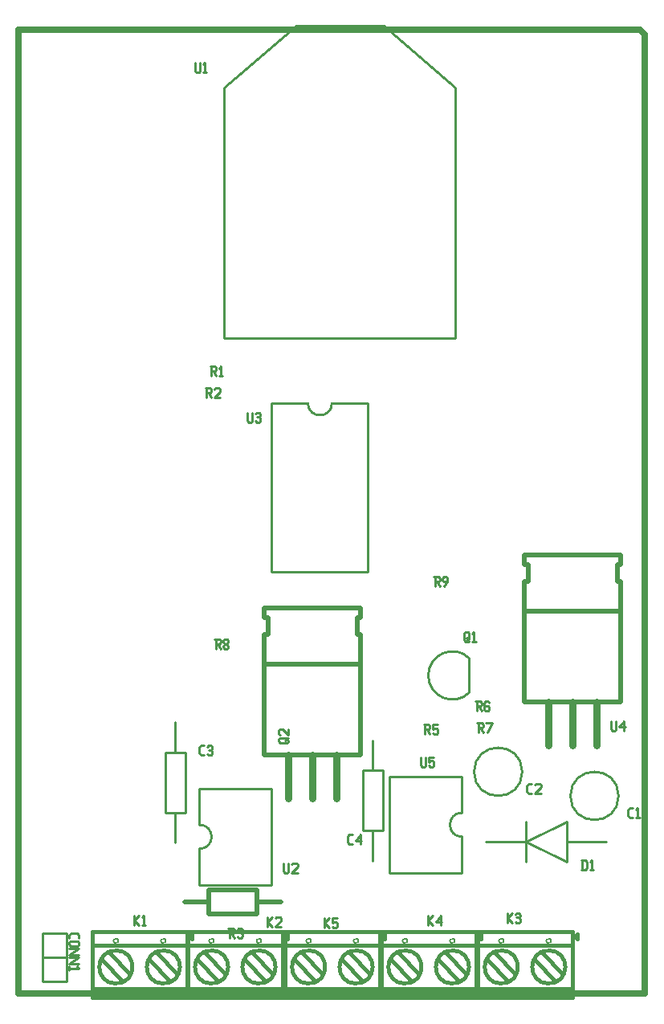
<source format=gbr>
G04 start of page 7 for group -4079 idx -4079 *
G04 Title: (unknown), topsilk *
G04 Creator: pcb 20110918 *
G04 CreationDate: Tue 12 Jun 2012 04:03:48 PM GMT UTC *
G04 For: ed *
G04 Format: Gerber/RS-274X *
G04 PCB-Dimensions: 260000 400000 *
G04 PCB-Coordinate-Origin: lower left *
%MOIN*%
%FSLAX25Y25*%
%LNTOPSILK*%
%ADD87C,0.0200*%
%ADD86C,0.0300*%
%ADD85C,0.0050*%
%ADD84C,0.0150*%
%ADD83C,0.0100*%
%ADD82C,0.0250*%
G54D82*X0Y0D02*Y400000D01*
X258000D01*
X260000Y398000D01*
Y0D01*
X0D01*
G54D83*X187000Y139000D02*Y125000D01*
X187071Y139071D02*G75*G03X187071Y124929I-7071J-7071D01*G01*
X189000Y92000D02*G75*G03X189000Y92000I10000J0D01*G01*
X249000Y82000D02*G75*G03X249000Y82000I-10000J0D01*G01*
G54D84*X150472Y25748D02*X189842D01*
X150472Y-1811D02*X189842D01*
X150472Y19843D02*X189842D01*
Y25748D02*Y-1811D01*
X150472Y25748D02*Y-1811D01*
Y2126D02*X189842D01*
X185905Y8032D02*X177047Y16890D01*
X182952Y5079D02*X182953D01*
X182952D02*X174094Y13937D01*
X166220Y8032D02*X157362Y16890D01*
X163267Y5079D02*X163268D01*
X163267D02*X154409Y13937D01*
X190827Y23780D02*X191811Y24764D01*
Y22796D01*
X190827Y23780D01*
G54D85*X180000Y22795D02*G75*G03X180000Y22795I0J-984D01*G01*
X160315D02*G75*G03X160315Y22795I0J-984D01*G01*
G54D84*X180000Y17875D02*G75*G03X180000Y17875I0J-6890D01*G01*
X160315D02*G75*G03X160315Y17875I0J-6890D01*G01*
G54D86*X220000Y103000D02*Y121000D01*
X230000Y103000D02*Y121000D01*
X240000Y103000D02*Y121000D01*
G54D87*X210000D02*X250000D01*
Y158500D01*
X210000D01*
Y121000D01*
Y158500D02*X250000D01*
Y171000D01*
X248500D01*
Y178000D01*
X250000D01*
Y182000D01*
X210000D01*
Y178000D01*
X211500D01*
Y171000D01*
X210000D01*
Y158500D01*
G54D83*X194000Y63000D02*X210600D01*
X227400D02*X244000D01*
X210600D02*X227400Y71300D01*
Y54700D01*
X210600Y63000D01*
Y71300D02*Y54700D01*
G54D84*X190472Y25748D02*X229842D01*
X190472Y-1811D02*X229842D01*
X190472Y19843D02*X229842D01*
Y25748D02*Y-1811D01*
X190472Y25748D02*Y-1811D01*
Y2126D02*X229842D01*
X225905Y8032D02*X217047Y16890D01*
X222952Y5079D02*X222953D01*
X222952D02*X214094Y13937D01*
X206220Y8032D02*X197362Y16890D01*
X203267Y5079D02*X203268D01*
X203267D02*X194409Y13937D01*
X230827Y23780D02*X231811Y24764D01*
Y22796D01*
X230827Y23780D01*
G54D85*X220000Y22795D02*G75*G03X220000Y22795I0J-984D01*G01*
X200315D02*G75*G03X200315Y22795I0J-984D01*G01*
G54D84*X220000Y17875D02*G75*G03X220000Y17875I0J-6890D01*G01*
X200315D02*G75*G03X200315Y17875I0J-6890D01*G01*
G54D83*X154000Y90000D02*X184000D01*
X154000D02*Y50000D01*
X184000D01*
Y90000D02*Y75000D01*
Y65000D02*Y50000D01*
Y75000D02*G75*G03X184000Y65000I0J-5000D01*G01*
G54D84*X70157Y25748D02*X109527D01*
X70157Y-1811D02*X109527D01*
X70157Y19843D02*X109527D01*
Y25748D02*Y-1811D01*
X70157Y25748D02*Y-1811D01*
Y2126D02*X109527D01*
X105590Y8032D02*X96732Y16890D01*
X102637Y5079D02*X102638D01*
X102637D02*X93779Y13937D01*
X85905Y8032D02*X77047Y16890D01*
X82952Y5079D02*X82953D01*
X82952D02*X74094Y13937D01*
X110512Y23780D02*X111496Y24764D01*
Y22796D01*
X110512Y23780D01*
G54D85*X99685Y22795D02*G75*G03X99685Y22795I0J-984D01*G01*
X80000D02*G75*G03X80000Y22795I0J-984D01*G01*
G54D84*X99685Y17875D02*G75*G03X99685Y17875I0J-6890D01*G01*
X80000D02*G75*G03X80000Y17875I0J-6890D01*G01*
G54D83*X10000Y25000D02*Y5000D01*
X20000D01*
Y25000D01*
X10000D01*
Y15000D02*X20000D01*
Y25000D01*
G54D84*X30472Y25748D02*X69842D01*
X30472Y-1811D02*X69842D01*
X30472Y19843D02*X69842D01*
Y25748D02*Y-1811D01*
X30472Y25748D02*Y-1811D01*
Y2126D02*X69842D01*
X65905Y8032D02*X57047Y16890D01*
X62952Y5079D02*X62953D01*
X62952D02*X54094Y13937D01*
X46220Y8032D02*X37362Y16890D01*
X43267Y5079D02*X43268D01*
X43267D02*X34409Y13937D01*
X70827Y23780D02*X71811Y24764D01*
Y22796D01*
X70827Y23780D01*
G54D85*X60000Y22795D02*G75*G03X60000Y22795I0J-984D01*G01*
X40315D02*G75*G03X40315Y22795I0J-984D01*G01*
G54D84*X60000Y17875D02*G75*G03X60000Y17875I0J-6890D01*G01*
X40315D02*G75*G03X40315Y17875I0J-6890D01*G01*
X110472Y25748D02*X149842D01*
X110472Y-1811D02*X149842D01*
X110472Y19843D02*X149842D01*
Y25748D02*Y-1811D01*
X110472Y25748D02*Y-1811D01*
Y2126D02*X149842D01*
X145905Y8032D02*X137047Y16890D01*
X142952Y5079D02*X142953D01*
X142952D02*X134094Y13937D01*
X126220Y8032D02*X117362Y16890D01*
X123267Y5079D02*X123268D01*
X123267D02*X114409Y13937D01*
X150827Y23780D02*X151811Y24764D01*
Y22796D01*
X150827Y23780D01*
G54D85*X140000Y22795D02*G75*G03X140000Y22795I0J-984D01*G01*
X120315D02*G75*G03X120315Y22795I0J-984D01*G01*
G54D84*X140000Y17875D02*G75*G03X140000Y17875I0J-6890D01*G01*
X120315D02*G75*G03X120315Y17875I0J-6890D01*G01*
G54D83*X75000Y45000D02*X105000D01*
Y85000D02*Y45000D01*
X75000Y85000D02*X105000D01*
X75000Y60000D02*Y45000D01*
Y85000D02*Y70000D01*
Y60000D02*G75*G03X75000Y70000I0J5000D01*G01*
X147000Y105000D02*Y92500D01*
Y67500D02*Y55000D01*
X151100Y92500D02*Y67500D01*
X142900D02*X151100D01*
X142900Y92500D02*Y67500D01*
Y92500D02*X151100D01*
G54D87*X79000Y33000D02*X99000D01*
X79000Y43000D02*Y33000D01*
Y43000D02*X99000D01*
Y33000D01*
Y38000D02*X109000D01*
X69000D02*X79000D01*
G54D83*X65000Y75000D02*Y62500D01*
Y112500D02*Y100000D01*
X60900D02*Y75000D01*
Y100000D02*X69100D01*
Y75000D01*
X60900D02*X69100D01*
X105000Y245000D02*Y175000D01*
X145000D01*
Y245000D01*
X105000D02*X120000D01*
X130000D02*X145000D01*
X120000D02*G75*G03X130000Y245000I5000J0D01*G01*
G54D86*X112000Y99000D02*Y81000D01*
X122000Y99000D02*Y81000D01*
X132000Y99000D02*Y81000D01*
G54D87*X102000Y99000D02*X142000D01*
Y136500D02*Y99000D01*
X102000Y136500D02*X142000D01*
X102000D02*Y99000D01*
Y136500D02*X142000D01*
Y149000D02*Y136500D01*
X140500Y149000D02*X142000D01*
X140500Y156000D02*Y149000D01*
Y156000D02*X142000D01*
Y160000D02*Y156000D01*
X102000Y160000D02*X142000D01*
X102000D02*Y156000D01*
X103500D01*
Y149000D01*
X102000D02*X103500D01*
X102000D02*Y136500D01*
G54D83*X85300Y376100D02*X115200Y401800D01*
X151400D01*
X181300Y376100D01*
Y272100D01*
X85300D01*
Y376100D01*
X73200Y386300D02*Y382800D01*
X73700Y382300D01*
X74700D01*
X75200Y382800D01*
Y386300D02*Y382800D01*
X76400Y385500D02*X77200Y386300D01*
Y382300D01*
X76400D02*X77900D01*
X77409Y251150D02*X79409D01*
X79909Y250650D01*
Y249650D01*
X79409Y249150D02*X79909Y249650D01*
X77909Y249150D02*X79409D01*
X77909Y251150D02*Y247150D01*
X78709Y249150D02*X79909Y247150D01*
X81109Y250650D02*X81609Y251150D01*
X83109D01*
X83609Y250650D01*
Y249650D01*
X81109Y247150D02*X83609Y249650D01*
X81109Y247150D02*X83609D01*
X79409Y260150D02*X81409D01*
X81909Y259650D01*
Y258650D01*
X81409Y258150D02*X81909Y258650D01*
X79909Y258150D02*X81409D01*
X79909Y260150D02*Y256150D01*
X80709Y258150D02*X81909Y256150D01*
X83109Y259350D02*X83909Y260150D01*
Y256150D01*
X83109D02*X84609D01*
X95000Y241000D02*Y237500D01*
X95500Y237000D01*
X96500D01*
X97000Y237500D01*
Y241000D02*Y237500D01*
X98200Y240500D02*X98700Y241000D01*
X99700D01*
X100200Y240500D01*
X99700Y237000D02*X100200Y237500D01*
X98700Y237000D02*X99700D01*
X98200Y237500D02*X98700Y237000D01*
Y239200D02*X99700D01*
X100200Y240500D02*Y239700D01*
Y238700D02*Y237500D01*
Y238700D02*X99700Y239200D01*
X100200Y239700D02*X99700Y239200D01*
X81291Y147032D02*X83291D01*
X83791Y146532D01*
Y145532D01*
X83291Y145032D02*X83791Y145532D01*
X81791Y145032D02*X83291D01*
X81791Y147032D02*Y143032D01*
X82591Y145032D02*X83791Y143032D01*
X84991Y143532D02*X85491Y143032D01*
X84991Y144332D02*Y143532D01*
Y144332D02*X85691Y145032D01*
X86291D01*
X86991Y144332D01*
Y143532D01*
X86491Y143032D02*X86991Y143532D01*
X85491Y143032D02*X86491D01*
X84991Y145732D02*X85691Y145032D01*
X84991Y146532D02*Y145732D01*
Y146532D02*X85491Y147032D01*
X86491D01*
X86991Y146532D01*
Y145732D01*
X86291Y145032D02*X86991Y145732D01*
X21000Y24300D02*Y23000D01*
X21700Y25000D02*X21000Y24300D01*
X21700Y25000D02*X24300D01*
X25000Y24300D01*
Y23000D01*
X21500Y21800D02*X24500D01*
X25000Y21300D01*
Y20300D01*
X24500Y19800D01*
X21500D02*X24500D01*
X21000Y20300D02*X21500Y19800D01*
X21000Y21300D02*Y20300D01*
X21500Y21800D02*X21000Y21300D01*
Y18600D02*X25000D01*
X21000Y16100D01*
X25000D01*
X21000Y14900D02*X25000D01*
X21000Y12400D01*
X25000D01*
X24200Y11200D02*X25000Y10400D01*
X21000D02*X25000D01*
X21000Y11200D02*Y9700D01*
X47874Y32298D02*Y28298D01*
Y30298D02*X49874Y32298D01*
X47874Y30298D02*X49874Y28298D01*
X51074Y31498D02*X51874Y32298D01*
Y28298D01*
X51074D02*X52574D01*
X110000Y54000D02*Y50500D01*
X110500Y50000D01*
X111500D01*
X112000Y50500D01*
Y54000D02*Y50500D01*
X113200Y53500D02*X113700Y54000D01*
X115200D01*
X115700Y53500D01*
Y52500D01*
X113200Y50000D02*X115700Y52500D01*
X113200Y50000D02*X115700D01*
X137200Y61900D02*X138500D01*
X136500Y62600D02*X137200Y61900D01*
X136500Y65200D02*Y62600D01*
Y65200D02*X137200Y65900D01*
X138500D01*
X139700Y63400D02*X141700Y65900D01*
X139700Y63400D02*X142200D01*
X141700Y65900D02*Y61900D01*
X167000Y98000D02*Y94500D01*
X167500Y94000D01*
X168500D01*
X169000Y94500D01*
Y98000D02*Y94500D01*
X170200Y98000D02*X172200D01*
X170200D02*Y96000D01*
X170700Y96500D01*
X171700D01*
X172200Y96000D01*
Y94500D01*
X171700Y94000D02*X172200Y94500D01*
X170700Y94000D02*X171700D01*
X170200Y94500D02*X170700Y94000D01*
X168173Y111591D02*X170173D01*
X170673Y111091D01*
Y110091D01*
X170173Y109591D02*X170673Y110091D01*
X168673Y109591D02*X170173D01*
X168673Y111591D02*Y107591D01*
X169473Y109591D02*X170673Y107591D01*
X171873Y111591D02*X173873D01*
X171873D02*Y109591D01*
X172373Y110091D01*
X173373D01*
X173873Y109591D01*
Y108091D01*
X173373Y107591D02*X173873Y108091D01*
X172373Y107591D02*X173373D01*
X171873Y108091D02*X172373Y107591D01*
X189614Y121150D02*X191614D01*
X192114Y120650D01*
Y119650D01*
X191614Y119150D02*X192114Y119650D01*
X190114Y119150D02*X191614D01*
X190114Y121150D02*Y117150D01*
X190914Y119150D02*X192114Y117150D01*
X194814Y121150D02*X195314Y120650D01*
X193814Y121150D02*X194814D01*
X193314Y120650D02*X193814Y121150D01*
X193314Y120650D02*Y117650D01*
X193814Y117150D01*
X194814Y119350D02*X195314Y118850D01*
X193314Y119350D02*X194814D01*
X193814Y117150D02*X194814D01*
X195314Y117650D01*
Y118850D02*Y117650D01*
X190291Y112150D02*X192291D01*
X192791Y111650D01*
Y110650D01*
X192291Y110150D02*X192791Y110650D01*
X190791Y110150D02*X192291D01*
X190791Y112150D02*Y108150D01*
X191591Y110150D02*X192791Y108150D01*
X194491D02*X196491Y112150D01*
X193991D02*X196491D01*
X75700Y98900D02*X77000D01*
X75000Y99600D02*X75700Y98900D01*
X75000Y102200D02*Y99600D01*
Y102200D02*X75700Y102900D01*
X77000D01*
X78200Y102400D02*X78700Y102900D01*
X79700D01*
X80200Y102400D01*
X79700Y98900D02*X80200Y99400D01*
X78700Y98900D02*X79700D01*
X78200Y99400D02*X78700Y98900D01*
Y101100D02*X79700D01*
X80200Y102400D02*Y101600D01*
Y100600D02*Y99400D01*
Y100600D02*X79700Y101100D01*
X80200Y101600D02*X79700Y101100D01*
X108500Y104000D02*X111500D01*
X108500D02*X108000Y104500D01*
Y105500D02*Y104500D01*
Y105500D02*X108500Y106000D01*
X111000D01*
X112000Y105000D02*X111000Y106000D01*
X112000Y105000D02*Y104500D01*
X111500Y104000D02*X112000Y104500D01*
X110500Y105000D02*X112000Y106000D01*
X108500Y107200D02*X108000Y107700D01*
Y109200D02*Y107700D01*
Y109200D02*X108500Y109700D01*
X109500D01*
X112000Y107200D02*X109500Y109700D01*
X112000D02*Y107200D01*
X103189Y31798D02*Y27798D01*
Y29798D02*X105189Y31798D01*
X103189Y29798D02*X105189Y27798D01*
X106389Y31298D02*X106889Y31798D01*
X108389D01*
X108889Y31298D01*
Y30298D01*
X106389Y27798D02*X108889Y30298D01*
X106389Y27798D02*X108889D01*
X169874Y32298D02*Y28298D01*
Y30298D02*X171874Y32298D01*
X169874Y30298D02*X171874Y28298D01*
X173074Y29798D02*X175074Y32298D01*
X173074Y29798D02*X175574D01*
X175074Y32298D02*Y28298D01*
X202874Y33298D02*Y29298D01*
Y31298D02*X204874Y33298D01*
X202874Y31298D02*X204874Y29298D01*
X206074Y32798D02*X206574Y33298D01*
X207574D01*
X208074Y32798D01*
X207574Y29298D02*X208074Y29798D01*
X206574Y29298D02*X207574D01*
X206074Y29798D02*X206574Y29298D01*
Y31498D02*X207574D01*
X208074Y32798D02*Y31998D01*
Y30998D02*Y29798D01*
Y30998D02*X207574Y31498D01*
X208074Y31998D02*X207574Y31498D01*
X126874Y31298D02*Y27298D01*
Y29298D02*X128874Y31298D01*
X126874Y29298D02*X128874Y27298D01*
X130074Y31298D02*X132074D01*
X130074D02*Y29298D01*
X130574Y29798D01*
X131574D01*
X132074Y29298D01*
Y27798D01*
X131574Y27298D02*X132074Y27798D01*
X130574Y27298D02*X131574D01*
X130074Y27798D02*X130574Y27298D01*
X87000Y27000D02*X89000D01*
X89500Y26500D01*
Y25500D01*
X89000Y25000D02*X89500Y25500D01*
X87500Y25000D02*X89000D01*
X87500Y27000D02*Y23000D01*
X88300Y25000D02*X89500Y23000D01*
X90700Y26500D02*X91200Y27000D01*
X92200D01*
X92700Y26500D01*
X92200Y23000D02*X92700Y23500D01*
X91200Y23000D02*X92200D01*
X90700Y23500D02*X91200Y23000D01*
Y25200D02*X92200D01*
X92700Y26500D02*Y25700D01*
Y24700D02*Y23500D01*
Y24700D02*X92200Y25200D01*
X92700Y25700D02*X92200Y25200D01*
X172291Y172914D02*X174291D01*
X174791Y172414D01*
Y171414D01*
X174291Y170914D02*X174791Y171414D01*
X172791Y170914D02*X174291D01*
X172791Y172914D02*Y168914D01*
X173591Y170914D02*X174791Y168914D01*
X176491D02*X177991Y170914D01*
Y172414D02*Y170914D01*
X177491Y172914D02*X177991Y172414D01*
X176491Y172914D02*X177491D01*
X175991Y172414D02*X176491Y172914D01*
X175991Y172414D02*Y171414D01*
X176491Y170914D01*
X177991D01*
X211700Y83000D02*X213000D01*
X211000Y83700D02*X211700Y83000D01*
X211000Y86300D02*Y83700D01*
Y86300D02*X211700Y87000D01*
X213000D01*
X214200Y86500D02*X214700Y87000D01*
X216200D01*
X216700Y86500D01*
Y85500D01*
X214200Y83000D02*X216700Y85500D01*
X214200Y83000D02*X216700D01*
X253700Y73000D02*X255000D01*
X253000Y73700D02*X253700Y73000D01*
X253000Y76300D02*Y73700D01*
Y76300D02*X253700Y77000D01*
X255000D01*
X256200Y76200D02*X257000Y77000D01*
Y73000D01*
X256200D02*X257700D01*
X233900Y55300D02*Y51300D01*
X235200Y55300D02*X235900Y54600D01*
Y52000D01*
X235200Y51300D02*X235900Y52000D01*
X233400Y51300D02*X235200D01*
X233400Y55300D02*X235200D01*
X237100Y54500D02*X237900Y55300D01*
Y51300D01*
X237100D02*X238600D01*
X185000Y149500D02*Y146500D01*
Y149500D02*X185500Y150000D01*
X186500D01*
X187000Y149500D01*
Y147000D01*
X186000Y146000D02*X187000Y147000D01*
X185500Y146000D02*X186000D01*
X185000Y146500D02*X185500Y146000D01*
X186000Y147500D02*X187000Y146000D01*
X188200Y149200D02*X189000Y150000D01*
Y146000D01*
X188200D02*X189700D01*
X246000Y113000D02*Y109500D01*
X246500Y109000D01*
X247500D01*
X248000Y109500D01*
Y113000D02*Y109500D01*
X249200Y110500D02*X251200Y113000D01*
X249200Y110500D02*X251700D01*
X251200Y113000D02*Y109000D01*
M02*

</source>
